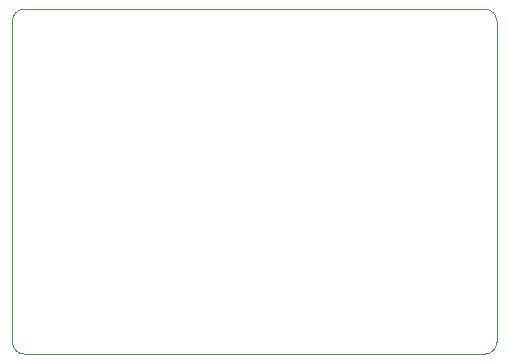
<source format=gbr>
%TF.GenerationSoftware,KiCad,Pcbnew,(5.1.7)-1*%
%TF.CreationDate,2021-02-26T19:53:25+00:00*%
%TF.ProjectId,Line-Generator-V2,4c696e65-2d47-4656-9e65-7261746f722d,rev?*%
%TF.SameCoordinates,Original*%
%TF.FileFunction,Profile,NP*%
%FSLAX46Y46*%
G04 Gerber Fmt 4.6, Leading zero omitted, Abs format (unit mm)*
G04 Created by KiCad (PCBNEW (5.1.7)-1) date 2021-02-26 19:53:25*
%MOMM*%
%LPD*%
G01*
G04 APERTURE LIST*
%TA.AperFunction,Profile*%
%ADD10C,0.050000*%
%TD*%
G04 APERTURE END LIST*
D10*
X65200000Y-36800000D02*
G75*
G02*
X66200000Y-35800000I1000000J0D01*
G01*
X66200000Y-65000000D02*
G75*
G02*
X65200000Y-64000000I0J1000000D01*
G01*
X106200000Y-64000000D02*
G75*
G02*
X105200000Y-65000000I-1000000J0D01*
G01*
X105200000Y-35800000D02*
G75*
G02*
X106200000Y-36800000I0J-1000000D01*
G01*
X106200000Y-64000000D02*
X106200000Y-36800000D01*
X66200000Y-65000000D02*
X105200000Y-65000000D01*
X65200000Y-36800000D02*
X65200000Y-64000000D01*
X105200000Y-35800000D02*
X66200000Y-35800000D01*
M02*

</source>
